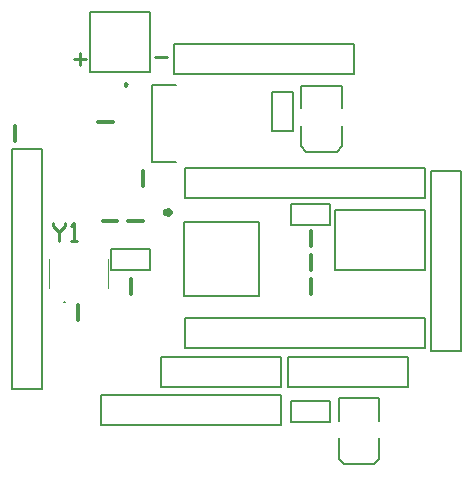
<source format=gto>
G04*
G04 #@! TF.GenerationSoftware,Altium Limited,Altium Designer,19.1.8 (144)*
G04*
G04 Layer_Color=65535*
%FSLAX25Y25*%
%MOIN*%
G70*
G01*
G75*
%ADD10C,0.00787*%
%ADD11C,0.00984*%
%ADD12C,0.01575*%
%ADD13C,0.00394*%
%ADD14C,0.00800*%
%ADD15C,0.01200*%
%ADD16C,0.01000*%
D10*
X26276Y67551D02*
X26669D01*
X26276D01*
X26669D01*
X117807Y27858D02*
Y35339D01*
X131193Y27858D02*
Y35339D01*
X117807D02*
X131193D01*
X119382Y13291D02*
X129618D01*
X117807Y15260D02*
Y21953D01*
X129618Y13291D02*
X131193Y15260D01*
X117807Y15260D02*
X119382Y13291D01*
X131193Y15260D02*
Y21953D01*
X105307Y132047D02*
Y139528D01*
X118693Y132047D02*
Y139528D01*
X105307D02*
X118693D01*
X106882Y117480D02*
X117118D01*
X105307Y119449D02*
Y126142D01*
X117118Y117480D02*
X118693Y119449D01*
X105307Y119449D02*
X106882Y117480D01*
X118693Y119449D02*
Y126142D01*
X123000Y143500D02*
Y153500D01*
X63000Y143500D02*
Y153500D01*
X123000D01*
X63000Y143500D02*
X123000D01*
X55386Y114205D02*
X63653D01*
X55386D02*
Y139795D01*
X63653D01*
X35000Y164000D02*
X55000D01*
X35000Y144000D02*
Y164000D01*
X55000Y144000D02*
Y164000D01*
X35000Y144000D02*
X55000D01*
X98500Y39000D02*
Y49000D01*
X58500Y39000D02*
X98500D01*
X58500Y49000D02*
X98500D01*
X58500Y39000D02*
Y49000D01*
X66276Y94079D02*
X91079D01*
Y69276D02*
Y94079D01*
X66276Y69276D02*
X91079D01*
X66276D02*
Y94079D01*
X127333Y78000D02*
X146500D01*
X116500D02*
X146500D01*
X116500Y98000D02*
X146500D01*
X116500Y78000D02*
Y98000D01*
X146500Y78000D02*
Y98000D01*
X66500Y52000D02*
Y62000D01*
Y52000D02*
X146500D01*
Y62000D01*
X66500D02*
X146500D01*
X66500Y102000D02*
Y112000D01*
Y102000D02*
X146500D01*
Y112000D01*
X66500D02*
X146500D01*
X141000Y39000D02*
Y49000D01*
X101000Y39000D02*
X141000D01*
X101000Y49000D02*
X141000D01*
X101000Y39000D02*
Y49000D01*
X98500Y26500D02*
Y36500D01*
X38500Y26500D02*
Y36500D01*
X98500D01*
X38500Y26500D02*
X98500D01*
X148500Y51000D02*
X158500D01*
X148500Y111000D02*
X158500D01*
Y51000D02*
Y111000D01*
X148500Y51000D02*
Y111000D01*
X9000Y118500D02*
X19000D01*
Y38500D02*
Y118500D01*
X9000Y38500D02*
X19000D01*
X9000D02*
Y118500D01*
D11*
X47216Y139992D02*
X46478Y140418D01*
Y139566D01*
X47216Y139992D01*
D12*
X61354Y97425D02*
X60810Y98174D01*
X59930Y97888D01*
Y96962D01*
X60810Y96676D01*
X61354Y97425D01*
D13*
X40843Y72079D02*
Y81921D01*
Y72079D02*
Y81921D01*
X21158Y72079D02*
Y81921D01*
Y72079D02*
Y81921D01*
D14*
X115000Y27500D02*
Y34500D01*
X102000Y27500D02*
X115000D01*
X102000D02*
Y34500D01*
X115000D01*
X42000Y78000D02*
Y85000D01*
X55000D01*
Y78000D02*
Y85000D01*
X42000Y78000D02*
X55000D01*
X95500Y124500D02*
X102500D01*
X95500D02*
Y137500D01*
X102500D01*
Y124500D02*
Y137500D01*
X102000Y100000D02*
X115000D01*
X102000Y93000D02*
Y100000D01*
Y93000D02*
X115000D01*
Y100000D01*
D15*
X9999Y121039D02*
Y125961D01*
X39039Y94499D02*
X43960D01*
X52501Y106040D02*
Y110960D01*
X37539Y127499D02*
X42461D01*
X108501Y86040D02*
Y90961D01*
X108499Y70039D02*
Y74961D01*
X47539Y94499D02*
X52460D01*
X108499Y78039D02*
Y82960D01*
X48499Y70039D02*
Y74961D01*
X30999Y61540D02*
Y66461D01*
D16*
X56500Y148999D02*
X60499D01*
X31499Y150500D02*
Y146501D01*
X33498Y148501D02*
X29500D01*
X22579Y93667D02*
Y92668D01*
X24578Y90668D01*
X26577Y92668D01*
Y93667D01*
X24578Y90668D02*
Y87669D01*
X28577D02*
X30576D01*
X29577D01*
Y93667D01*
X28577Y92668D01*
M02*

</source>
